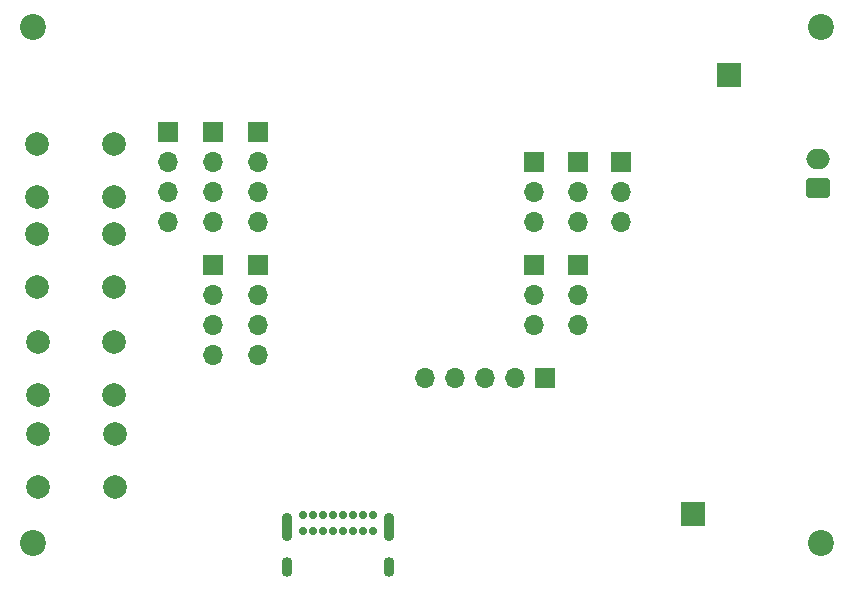
<source format=gbr>
%TF.GenerationSoftware,KiCad,Pcbnew,8.0.6*%
%TF.CreationDate,2025-03-31T15:52:21-05:00*%
%TF.ProjectId,ESP32,45535033-322e-46b6-9963-61645f706362,rev?*%
%TF.SameCoordinates,Original*%
%TF.FileFunction,Soldermask,Bot*%
%TF.FilePolarity,Negative*%
%FSLAX46Y46*%
G04 Gerber Fmt 4.6, Leading zero omitted, Abs format (unit mm)*
G04 Created by KiCad (PCBNEW 8.0.6) date 2025-03-31 15:52:21*
%MOMM*%
%LPD*%
G01*
G04 APERTURE LIST*
G04 Aperture macros list*
%AMRoundRect*
0 Rectangle with rounded corners*
0 $1 Rounding radius*
0 $2 $3 $4 $5 $6 $7 $8 $9 X,Y pos of 4 corners*
0 Add a 4 corners polygon primitive as box body*
4,1,4,$2,$3,$4,$5,$6,$7,$8,$9,$2,$3,0*
0 Add four circle primitives for the rounded corners*
1,1,$1+$1,$2,$3*
1,1,$1+$1,$4,$5*
1,1,$1+$1,$6,$7*
1,1,$1+$1,$8,$9*
0 Add four rect primitives between the rounded corners*
20,1,$1+$1,$2,$3,$4,$5,0*
20,1,$1+$1,$4,$5,$6,$7,0*
20,1,$1+$1,$6,$7,$8,$9,0*
20,1,$1+$1,$8,$9,$2,$3,0*%
G04 Aperture macros list end*
%ADD10C,2.200000*%
%ADD11R,1.700000X1.700000*%
%ADD12O,1.700000X1.700000*%
%ADD13R,2.000000X2.000000*%
%ADD14C,2.000000*%
%ADD15C,0.700000*%
%ADD16O,0.900000X2.400000*%
%ADD17O,0.900000X1.700000*%
%ADD18RoundRect,0.250000X0.750000X-0.600000X0.750000X0.600000X-0.750000X0.600000X-0.750000X-0.600000X0*%
%ADD19O,2.000000X1.700000*%
G04 APERTURE END LIST*
D10*
%TO.C,H4*%
X115570000Y-112395000D03*
%TD*%
D11*
%TO.C,J16*%
X134620000Y-88900000D03*
D12*
X134620000Y-91440000D03*
X134620000Y-93980000D03*
X134620000Y-96520000D03*
%TD*%
D13*
%TO.C,5V*%
X174498000Y-72771000D03*
%TD*%
%TO.C,3.3V*%
X171450000Y-109982000D03*
%TD*%
D10*
%TO.C,H2*%
X115570000Y-68707000D03*
%TD*%
D11*
%TO.C,J12*%
X134620000Y-77597000D03*
D12*
X134620000Y-80137000D03*
X134620000Y-82677000D03*
X134620000Y-85217000D03*
%TD*%
D11*
%TO.C,J11*%
X158877000Y-98425000D03*
D12*
X156337000Y-98425000D03*
X153797000Y-98425000D03*
X151257000Y-98425000D03*
X148717000Y-98425000D03*
%TD*%
D14*
%TO.C,SW2*%
X115876000Y-78649000D03*
X122376000Y-78649000D03*
X115876000Y-83149000D03*
X122376000Y-83149000D03*
%TD*%
D10*
%TO.C,H3*%
X182245000Y-112395000D03*
%TD*%
D15*
%TO.C,P1*%
X138383000Y-110067000D03*
X139233000Y-110067000D03*
X140083000Y-110067000D03*
X140933000Y-110067000D03*
X141783000Y-110067000D03*
X142633000Y-110067000D03*
X143483000Y-110067000D03*
X144333000Y-110067000D03*
X144333000Y-111417000D03*
X143483000Y-111417000D03*
X142633000Y-111417000D03*
X141783000Y-111417000D03*
X140933000Y-111417000D03*
X140083000Y-111417000D03*
X139233000Y-111417000D03*
X138383000Y-111417000D03*
D16*
X137033000Y-111047000D03*
D17*
X137033000Y-114427000D03*
D16*
X145683000Y-111047000D03*
D17*
X145683000Y-114427000D03*
%TD*%
D11*
%TO.C,J2*%
X161671000Y-80137000D03*
D12*
X161671000Y-82677000D03*
X161671000Y-85217000D03*
%TD*%
D11*
%TO.C,J5*%
X161671000Y-88900000D03*
D12*
X161671000Y-91440000D03*
X161671000Y-93980000D03*
%TD*%
D14*
%TO.C,SW4*%
X116003000Y-103160000D03*
X122503000Y-103160000D03*
X116003000Y-107660000D03*
X122503000Y-107660000D03*
%TD*%
D11*
%TO.C,J1*%
X157988000Y-80152000D03*
D12*
X157988000Y-82692000D03*
X157988000Y-85232000D03*
%TD*%
D11*
%TO.C,J3*%
X165354000Y-80137000D03*
D12*
X165354000Y-82677000D03*
X165354000Y-85217000D03*
%TD*%
D11*
%TO.C,J13*%
X130810000Y-88900000D03*
D12*
X130810000Y-91440000D03*
X130810000Y-93980000D03*
X130810000Y-96520000D03*
%TD*%
D10*
%TO.C,H1*%
X182245000Y-68707000D03*
%TD*%
D14*
%TO.C,SW3*%
X115928000Y-95377000D03*
X122428000Y-95377000D03*
X115928000Y-99877000D03*
X122428000Y-99877000D03*
%TD*%
D11*
%TO.C,J14*%
X130810000Y-77597000D03*
D12*
X130810000Y-80137000D03*
X130810000Y-82677000D03*
X130810000Y-85217000D03*
%TD*%
D11*
%TO.C,J15*%
X127000000Y-77597000D03*
D12*
X127000000Y-80137000D03*
X127000000Y-82677000D03*
X127000000Y-85217000D03*
%TD*%
D14*
%TO.C,SW1*%
X115876000Y-86269000D03*
X122376000Y-86269000D03*
X115876000Y-90769000D03*
X122376000Y-90769000D03*
%TD*%
D18*
%TO.C,BT1*%
X181964000Y-82385000D03*
D19*
X181964000Y-79885000D03*
%TD*%
D11*
%TO.C,J4*%
X157988000Y-88900000D03*
D12*
X157988000Y-91440000D03*
X157988000Y-93980000D03*
%TD*%
M02*

</source>
